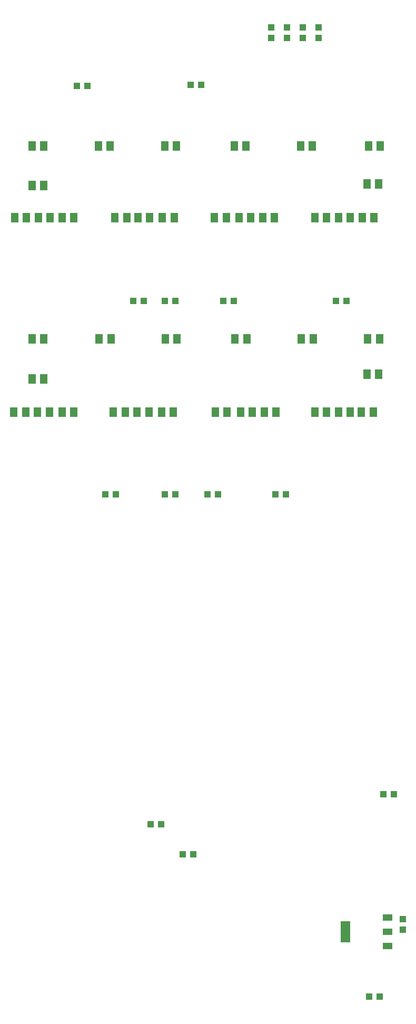
<source format=gbp>
%FSDAX24Y24*%
%MOIN*%
%SFA1B1*%

%IPPOS*%
%ADD10R,0.043300X0.039400*%
%ADD11R,0.051200X0.059100*%
%ADD14R,0.039400X0.043300*%
%ADD49R,0.061000X0.135800*%
%ADD50R,0.061000X0.043300*%
%ADD51R,0.061000X0.043300*%
%LNde-140824-1*%
%LPD*%
G54D10*
X027885Y045150D03*
X027215D03*
X023585D03*
X022915D03*
X016465D03*
X017135D03*
X018215Y057400D03*
X018885D03*
X024585D03*
X023915D03*
X020215D03*
X020885D03*
X033165Y013400D03*
X033835D03*
X034065Y026200D03*
X034735D03*
X019315Y024300D03*
X019985D03*
X021365Y022400D03*
X022035D03*
X020215Y045150D03*
X020885D03*
X031735Y057400D03*
X031065D03*
X021865Y071050D03*
X022535D03*
X014665Y071000D03*
X015335D03*
G54D11*
X017724Y050350D03*
X016976D03*
X019224D03*
X018476D03*
X020774D03*
X020026D03*
X030474D03*
X029726D03*
X031974D03*
X031226D03*
X033424D03*
X032676D03*
X011424D03*
X010676D03*
X012176D03*
X012924D03*
X013726D03*
X014474D03*
X033774Y052750D03*
X033026D03*
X033824Y055000D03*
X033076D03*
X029624D03*
X028876D03*
X020998D03*
X020250D03*
X016076D03*
X016824D03*
X011826D03*
X012574D03*
X011826Y052450D03*
X012574D03*
X011474Y062650D03*
X010726D03*
X012974D03*
X012226D03*
X014474D03*
X013726D03*
X024124D03*
X023376D03*
X025674D03*
X024926D03*
X027174D03*
X026426D03*
X017824D03*
X017076D03*
X020824D03*
X020076D03*
X030474D03*
X029726D03*
X031974D03*
X031226D03*
X033474D03*
X032726D03*
X012574Y064700D03*
X011826D03*
X012574Y067200D03*
X011826D03*
X016774D03*
X016026D03*
X020974D03*
X020226D03*
X024626D03*
X025374D03*
X018526Y062650D03*
X019274D03*
X028826Y067200D03*
X029574D03*
X033126D03*
X033874D03*
X033026Y064800D03*
X033774D03*
X024676Y055000D03*
X025424D03*
X027274Y050350D03*
X026526D03*
X025774D03*
X025026D03*
X024174D03*
X023426D03*
G54D14*
X035300Y017631D03*
Y018300D03*
X026950Y074015D03*
Y074685D03*
X027950Y074015D03*
Y074685D03*
X028950Y074015D03*
Y074685D03*
X029950Y074015D03*
Y074685D03*
G54D49*
X031671Y017500D03*
G54D50*
X034329Y016594D03*
Y017500D03*
G54D51*
X034329Y018406D03*
M02*
</source>
